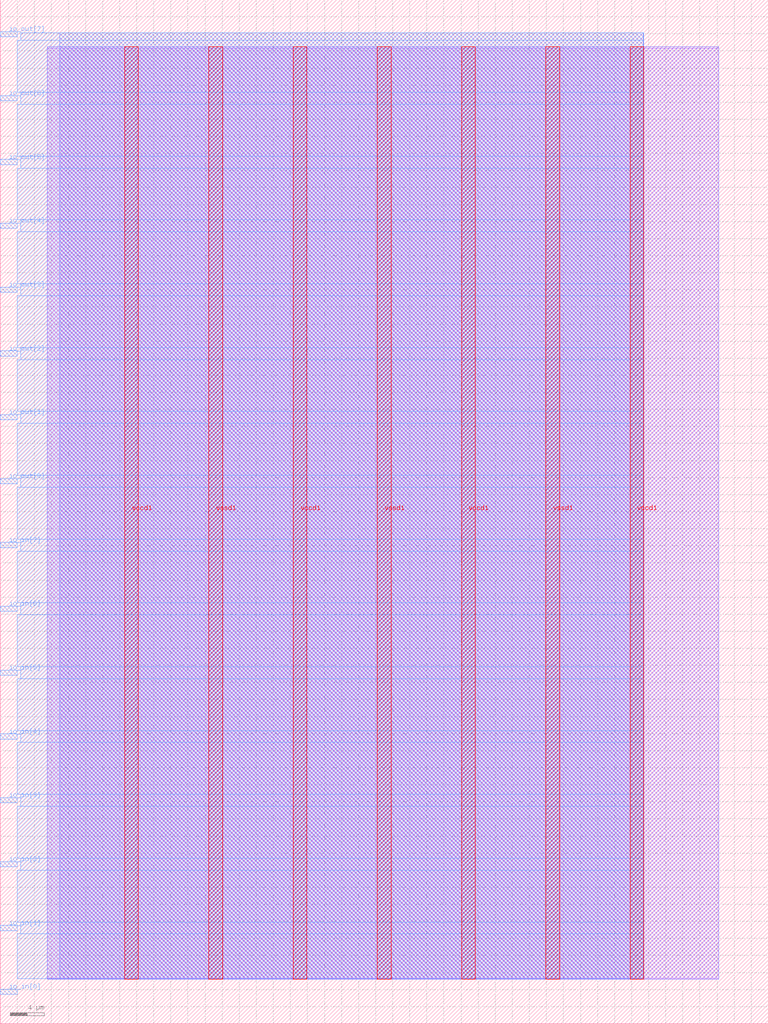
<source format=lef>
VERSION 5.7 ;
  NOWIREEXTENSIONATPIN ON ;
  DIVIDERCHAR "/" ;
  BUSBITCHARS "[]" ;
MACRO user_module_349405063877231188
  CLASS BLOCK ;
  FOREIGN user_module_349405063877231188 ;
  ORIGIN 0.000 0.000 ;
  SIZE 90.000 BY 120.000 ;
  PIN io_in[0]
    DIRECTION INPUT ;
    USE SIGNAL ;
    PORT
      LAYER met3 ;
        RECT 0.000 3.440 2.000 4.040 ;
    END
  END io_in[0]
  PIN io_in[1]
    DIRECTION INPUT ;
    USE SIGNAL ;
    PORT
      LAYER met3 ;
        RECT 0.000 10.920 2.000 11.520 ;
    END
  END io_in[1]
  PIN io_in[2]
    DIRECTION INPUT ;
    USE SIGNAL ;
    PORT
      LAYER met3 ;
        RECT 0.000 18.400 2.000 19.000 ;
    END
  END io_in[2]
  PIN io_in[3]
    DIRECTION INPUT ;
    USE SIGNAL ;
    PORT
      LAYER met3 ;
        RECT 0.000 25.880 2.000 26.480 ;
    END
  END io_in[3]
  PIN io_in[4]
    DIRECTION INPUT ;
    USE SIGNAL ;
    PORT
      LAYER met3 ;
        RECT 0.000 33.360 2.000 33.960 ;
    END
  END io_in[4]
  PIN io_in[5]
    DIRECTION INPUT ;
    USE SIGNAL ;
    PORT
      LAYER met3 ;
        RECT 0.000 40.840 2.000 41.440 ;
    END
  END io_in[5]
  PIN io_in[6]
    DIRECTION INPUT ;
    USE SIGNAL ;
    PORT
      LAYER met3 ;
        RECT 0.000 48.320 2.000 48.920 ;
    END
  END io_in[6]
  PIN io_in[7]
    DIRECTION INPUT ;
    USE SIGNAL ;
    PORT
      LAYER met3 ;
        RECT 0.000 55.800 2.000 56.400 ;
    END
  END io_in[7]
  PIN io_out[0]
    DIRECTION OUTPUT TRISTATE ;
    USE SIGNAL ;
    PORT
      LAYER met3 ;
        RECT 0.000 63.280 2.000 63.880 ;
    END
  END io_out[0]
  PIN io_out[1]
    DIRECTION OUTPUT TRISTATE ;
    USE SIGNAL ;
    PORT
      LAYER met3 ;
        RECT 0.000 70.760 2.000 71.360 ;
    END
  END io_out[1]
  PIN io_out[2]
    DIRECTION OUTPUT TRISTATE ;
    USE SIGNAL ;
    PORT
      LAYER met3 ;
        RECT 0.000 78.240 2.000 78.840 ;
    END
  END io_out[2]
  PIN io_out[3]
    DIRECTION OUTPUT TRISTATE ;
    USE SIGNAL ;
    PORT
      LAYER met3 ;
        RECT 0.000 85.720 2.000 86.320 ;
    END
  END io_out[3]
  PIN io_out[4]
    DIRECTION OUTPUT TRISTATE ;
    USE SIGNAL ;
    PORT
      LAYER met3 ;
        RECT 0.000 93.200 2.000 93.800 ;
    END
  END io_out[4]
  PIN io_out[5]
    DIRECTION OUTPUT TRISTATE ;
    USE SIGNAL ;
    PORT
      LAYER met3 ;
        RECT 0.000 100.680 2.000 101.280 ;
    END
  END io_out[5]
  PIN io_out[6]
    DIRECTION OUTPUT TRISTATE ;
    USE SIGNAL ;
    PORT
      LAYER met3 ;
        RECT 0.000 108.160 2.000 108.760 ;
    END
  END io_out[6]
  PIN io_out[7]
    DIRECTION OUTPUT TRISTATE ;
    USE SIGNAL ;
    PORT
      LAYER met3 ;
        RECT 0.000 115.640 2.000 116.240 ;
    END
  END io_out[7]
  PIN vccd1
    DIRECTION INOUT ;
    USE POWER ;
    PORT
      LAYER met4 ;
        RECT 14.590 5.200 16.190 114.480 ;
    END
    PORT
      LAYER met4 ;
        RECT 34.330 5.200 35.930 114.480 ;
    END
    PORT
      LAYER met4 ;
        RECT 54.070 5.200 55.670 114.480 ;
    END
    PORT
      LAYER met4 ;
        RECT 73.810 5.200 75.410 114.480 ;
    END
  END vccd1
  PIN vssd1
    DIRECTION INOUT ;
    USE GROUND ;
    PORT
      LAYER met4 ;
        RECT 24.460 5.200 26.060 114.480 ;
    END
    PORT
      LAYER met4 ;
        RECT 44.200 5.200 45.800 114.480 ;
    END
    PORT
      LAYER met4 ;
        RECT 63.940 5.200 65.540 114.480 ;
    END
  END vssd1
  OBS
      LAYER li1 ;
        RECT 5.520 5.355 84.180 114.325 ;
      LAYER met1 ;
        RECT 5.520 5.200 84.180 114.480 ;
      LAYER met2 ;
        RECT 6.990 5.255 75.380 116.125 ;
      LAYER met3 ;
        RECT 2.400 115.240 75.400 116.105 ;
        RECT 2.000 109.160 75.400 115.240 ;
        RECT 2.400 107.760 75.400 109.160 ;
        RECT 2.000 101.680 75.400 107.760 ;
        RECT 2.400 100.280 75.400 101.680 ;
        RECT 2.000 94.200 75.400 100.280 ;
        RECT 2.400 92.800 75.400 94.200 ;
        RECT 2.000 86.720 75.400 92.800 ;
        RECT 2.400 85.320 75.400 86.720 ;
        RECT 2.000 79.240 75.400 85.320 ;
        RECT 2.400 77.840 75.400 79.240 ;
        RECT 2.000 71.760 75.400 77.840 ;
        RECT 2.400 70.360 75.400 71.760 ;
        RECT 2.000 64.280 75.400 70.360 ;
        RECT 2.400 62.880 75.400 64.280 ;
        RECT 2.000 56.800 75.400 62.880 ;
        RECT 2.400 55.400 75.400 56.800 ;
        RECT 2.000 49.320 75.400 55.400 ;
        RECT 2.400 47.920 75.400 49.320 ;
        RECT 2.000 41.840 75.400 47.920 ;
        RECT 2.400 40.440 75.400 41.840 ;
        RECT 2.000 34.360 75.400 40.440 ;
        RECT 2.400 32.960 75.400 34.360 ;
        RECT 2.000 26.880 75.400 32.960 ;
        RECT 2.400 25.480 75.400 26.880 ;
        RECT 2.000 19.400 75.400 25.480 ;
        RECT 2.400 18.000 75.400 19.400 ;
        RECT 2.000 11.920 75.400 18.000 ;
        RECT 2.400 10.520 75.400 11.920 ;
        RECT 2.000 5.275 75.400 10.520 ;
  END
END user_module_349405063877231188
END LIBRARY


</source>
